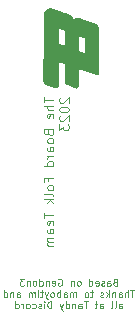
<source format=gbr>
%TF.GenerationSoftware,KiCad,Pcbnew,7.0.7*%
%TF.CreationDate,2023-09-17T10:26:07+01:00*%
%TF.ProjectId,TRSG3JPMod,54525347-334a-4504-9d6f-642e6b696361,rev?*%
%TF.SameCoordinates,Original*%
%TF.FileFunction,Legend,Bot*%
%TF.FilePolarity,Positive*%
%FSLAX46Y46*%
G04 Gerber Fmt 4.6, Leading zero omitted, Abs format (unit mm)*
G04 Created by KiCad (PCBNEW 7.0.7) date 2023-09-17 10:26:07*
%MOMM*%
%LPD*%
G01*
G04 APERTURE LIST*
%ADD10C,0.100000*%
G04 APERTURE END LIST*
D10*
X119278570Y-80525085D02*
X119192856Y-80553657D01*
X119192856Y-80553657D02*
X119164285Y-80582228D01*
X119164285Y-80582228D02*
X119135713Y-80639371D01*
X119135713Y-80639371D02*
X119135713Y-80725085D01*
X119135713Y-80725085D02*
X119164285Y-80782228D01*
X119164285Y-80782228D02*
X119192856Y-80810800D01*
X119192856Y-80810800D02*
X119249999Y-80839371D01*
X119249999Y-80839371D02*
X119478570Y-80839371D01*
X119478570Y-80839371D02*
X119478570Y-80239371D01*
X119478570Y-80239371D02*
X119278570Y-80239371D01*
X119278570Y-80239371D02*
X119221428Y-80267942D01*
X119221428Y-80267942D02*
X119192856Y-80296514D01*
X119192856Y-80296514D02*
X119164285Y-80353657D01*
X119164285Y-80353657D02*
X119164285Y-80410800D01*
X119164285Y-80410800D02*
X119192856Y-80467942D01*
X119192856Y-80467942D02*
X119221428Y-80496514D01*
X119221428Y-80496514D02*
X119278570Y-80525085D01*
X119278570Y-80525085D02*
X119478570Y-80525085D01*
X118621428Y-80839371D02*
X118621428Y-80525085D01*
X118621428Y-80525085D02*
X118649999Y-80467942D01*
X118649999Y-80467942D02*
X118707142Y-80439371D01*
X118707142Y-80439371D02*
X118821428Y-80439371D01*
X118821428Y-80439371D02*
X118878570Y-80467942D01*
X118621428Y-80810800D02*
X118678570Y-80839371D01*
X118678570Y-80839371D02*
X118821428Y-80839371D01*
X118821428Y-80839371D02*
X118878570Y-80810800D01*
X118878570Y-80810800D02*
X118907142Y-80753657D01*
X118907142Y-80753657D02*
X118907142Y-80696514D01*
X118907142Y-80696514D02*
X118878570Y-80639371D01*
X118878570Y-80639371D02*
X118821428Y-80610800D01*
X118821428Y-80610800D02*
X118678570Y-80610800D01*
X118678570Y-80610800D02*
X118621428Y-80582228D01*
X118364285Y-80810800D02*
X118307142Y-80839371D01*
X118307142Y-80839371D02*
X118192856Y-80839371D01*
X118192856Y-80839371D02*
X118135713Y-80810800D01*
X118135713Y-80810800D02*
X118107142Y-80753657D01*
X118107142Y-80753657D02*
X118107142Y-80725085D01*
X118107142Y-80725085D02*
X118135713Y-80667942D01*
X118135713Y-80667942D02*
X118192856Y-80639371D01*
X118192856Y-80639371D02*
X118278571Y-80639371D01*
X118278571Y-80639371D02*
X118335713Y-80610800D01*
X118335713Y-80610800D02*
X118364285Y-80553657D01*
X118364285Y-80553657D02*
X118364285Y-80525085D01*
X118364285Y-80525085D02*
X118335713Y-80467942D01*
X118335713Y-80467942D02*
X118278571Y-80439371D01*
X118278571Y-80439371D02*
X118192856Y-80439371D01*
X118192856Y-80439371D02*
X118135713Y-80467942D01*
X117621428Y-80810800D02*
X117678571Y-80839371D01*
X117678571Y-80839371D02*
X117792857Y-80839371D01*
X117792857Y-80839371D02*
X117849999Y-80810800D01*
X117849999Y-80810800D02*
X117878571Y-80753657D01*
X117878571Y-80753657D02*
X117878571Y-80525085D01*
X117878571Y-80525085D02*
X117849999Y-80467942D01*
X117849999Y-80467942D02*
X117792857Y-80439371D01*
X117792857Y-80439371D02*
X117678571Y-80439371D01*
X117678571Y-80439371D02*
X117621428Y-80467942D01*
X117621428Y-80467942D02*
X117592857Y-80525085D01*
X117592857Y-80525085D02*
X117592857Y-80582228D01*
X117592857Y-80582228D02*
X117878571Y-80639371D01*
X117078571Y-80839371D02*
X117078571Y-80239371D01*
X117078571Y-80810800D02*
X117135713Y-80839371D01*
X117135713Y-80839371D02*
X117249999Y-80839371D01*
X117249999Y-80839371D02*
X117307142Y-80810800D01*
X117307142Y-80810800D02*
X117335713Y-80782228D01*
X117335713Y-80782228D02*
X117364285Y-80725085D01*
X117364285Y-80725085D02*
X117364285Y-80553657D01*
X117364285Y-80553657D02*
X117335713Y-80496514D01*
X117335713Y-80496514D02*
X117307142Y-80467942D01*
X117307142Y-80467942D02*
X117249999Y-80439371D01*
X117249999Y-80439371D02*
X117135713Y-80439371D01*
X117135713Y-80439371D02*
X117078571Y-80467942D01*
X116249999Y-80839371D02*
X116307142Y-80810800D01*
X116307142Y-80810800D02*
X116335713Y-80782228D01*
X116335713Y-80782228D02*
X116364285Y-80725085D01*
X116364285Y-80725085D02*
X116364285Y-80553657D01*
X116364285Y-80553657D02*
X116335713Y-80496514D01*
X116335713Y-80496514D02*
X116307142Y-80467942D01*
X116307142Y-80467942D02*
X116249999Y-80439371D01*
X116249999Y-80439371D02*
X116164285Y-80439371D01*
X116164285Y-80439371D02*
X116107142Y-80467942D01*
X116107142Y-80467942D02*
X116078571Y-80496514D01*
X116078571Y-80496514D02*
X116049999Y-80553657D01*
X116049999Y-80553657D02*
X116049999Y-80725085D01*
X116049999Y-80725085D02*
X116078571Y-80782228D01*
X116078571Y-80782228D02*
X116107142Y-80810800D01*
X116107142Y-80810800D02*
X116164285Y-80839371D01*
X116164285Y-80839371D02*
X116249999Y-80839371D01*
X115792856Y-80439371D02*
X115792856Y-80839371D01*
X115792856Y-80496514D02*
X115764285Y-80467942D01*
X115764285Y-80467942D02*
X115707142Y-80439371D01*
X115707142Y-80439371D02*
X115621428Y-80439371D01*
X115621428Y-80439371D02*
X115564285Y-80467942D01*
X115564285Y-80467942D02*
X115535714Y-80525085D01*
X115535714Y-80525085D02*
X115535714Y-80839371D01*
X114478571Y-80267942D02*
X114535714Y-80239371D01*
X114535714Y-80239371D02*
X114621428Y-80239371D01*
X114621428Y-80239371D02*
X114707142Y-80267942D01*
X114707142Y-80267942D02*
X114764285Y-80325085D01*
X114764285Y-80325085D02*
X114792856Y-80382228D01*
X114792856Y-80382228D02*
X114821428Y-80496514D01*
X114821428Y-80496514D02*
X114821428Y-80582228D01*
X114821428Y-80582228D02*
X114792856Y-80696514D01*
X114792856Y-80696514D02*
X114764285Y-80753657D01*
X114764285Y-80753657D02*
X114707142Y-80810800D01*
X114707142Y-80810800D02*
X114621428Y-80839371D01*
X114621428Y-80839371D02*
X114564285Y-80839371D01*
X114564285Y-80839371D02*
X114478571Y-80810800D01*
X114478571Y-80810800D02*
X114449999Y-80782228D01*
X114449999Y-80782228D02*
X114449999Y-80582228D01*
X114449999Y-80582228D02*
X114564285Y-80582228D01*
X113964285Y-80810800D02*
X114021428Y-80839371D01*
X114021428Y-80839371D02*
X114135714Y-80839371D01*
X114135714Y-80839371D02*
X114192856Y-80810800D01*
X114192856Y-80810800D02*
X114221428Y-80753657D01*
X114221428Y-80753657D02*
X114221428Y-80525085D01*
X114221428Y-80525085D02*
X114192856Y-80467942D01*
X114192856Y-80467942D02*
X114135714Y-80439371D01*
X114135714Y-80439371D02*
X114021428Y-80439371D01*
X114021428Y-80439371D02*
X113964285Y-80467942D01*
X113964285Y-80467942D02*
X113935714Y-80525085D01*
X113935714Y-80525085D02*
X113935714Y-80582228D01*
X113935714Y-80582228D02*
X114221428Y-80639371D01*
X113678570Y-80439371D02*
X113678570Y-80839371D01*
X113678570Y-80496514D02*
X113649999Y-80467942D01*
X113649999Y-80467942D02*
X113592856Y-80439371D01*
X113592856Y-80439371D02*
X113507142Y-80439371D01*
X113507142Y-80439371D02*
X113449999Y-80467942D01*
X113449999Y-80467942D02*
X113421428Y-80525085D01*
X113421428Y-80525085D02*
X113421428Y-80839371D01*
X112878571Y-80839371D02*
X112878571Y-80239371D01*
X112878571Y-80810800D02*
X112935713Y-80839371D01*
X112935713Y-80839371D02*
X113049999Y-80839371D01*
X113049999Y-80839371D02*
X113107142Y-80810800D01*
X113107142Y-80810800D02*
X113135713Y-80782228D01*
X113135713Y-80782228D02*
X113164285Y-80725085D01*
X113164285Y-80725085D02*
X113164285Y-80553657D01*
X113164285Y-80553657D02*
X113135713Y-80496514D01*
X113135713Y-80496514D02*
X113107142Y-80467942D01*
X113107142Y-80467942D02*
X113049999Y-80439371D01*
X113049999Y-80439371D02*
X112935713Y-80439371D01*
X112935713Y-80439371D02*
X112878571Y-80467942D01*
X112507142Y-80839371D02*
X112564285Y-80810800D01*
X112564285Y-80810800D02*
X112592856Y-80782228D01*
X112592856Y-80782228D02*
X112621428Y-80725085D01*
X112621428Y-80725085D02*
X112621428Y-80553657D01*
X112621428Y-80553657D02*
X112592856Y-80496514D01*
X112592856Y-80496514D02*
X112564285Y-80467942D01*
X112564285Y-80467942D02*
X112507142Y-80439371D01*
X112507142Y-80439371D02*
X112421428Y-80439371D01*
X112421428Y-80439371D02*
X112364285Y-80467942D01*
X112364285Y-80467942D02*
X112335714Y-80496514D01*
X112335714Y-80496514D02*
X112307142Y-80553657D01*
X112307142Y-80553657D02*
X112307142Y-80725085D01*
X112307142Y-80725085D02*
X112335714Y-80782228D01*
X112335714Y-80782228D02*
X112364285Y-80810800D01*
X112364285Y-80810800D02*
X112421428Y-80839371D01*
X112421428Y-80839371D02*
X112507142Y-80839371D01*
X112049999Y-80439371D02*
X112049999Y-80839371D01*
X112049999Y-80496514D02*
X112021428Y-80467942D01*
X112021428Y-80467942D02*
X111964285Y-80439371D01*
X111964285Y-80439371D02*
X111878571Y-80439371D01*
X111878571Y-80439371D02*
X111821428Y-80467942D01*
X111821428Y-80467942D02*
X111792857Y-80525085D01*
X111792857Y-80525085D02*
X111792857Y-80839371D01*
X111564285Y-80239371D02*
X111192857Y-80239371D01*
X111192857Y-80239371D02*
X111392857Y-80467942D01*
X111392857Y-80467942D02*
X111307142Y-80467942D01*
X111307142Y-80467942D02*
X111250000Y-80496514D01*
X111250000Y-80496514D02*
X111221428Y-80525085D01*
X111221428Y-80525085D02*
X111192857Y-80582228D01*
X111192857Y-80582228D02*
X111192857Y-80725085D01*
X111192857Y-80725085D02*
X111221428Y-80782228D01*
X111221428Y-80782228D02*
X111250000Y-80810800D01*
X111250000Y-80810800D02*
X111307142Y-80839371D01*
X111307142Y-80839371D02*
X111478571Y-80839371D01*
X111478571Y-80839371D02*
X111535714Y-80810800D01*
X111535714Y-80810800D02*
X111564285Y-80782228D01*
X120921427Y-81205371D02*
X120578570Y-81205371D01*
X120749998Y-81805371D02*
X120749998Y-81205371D01*
X120378569Y-81805371D02*
X120378569Y-81205371D01*
X120121427Y-81805371D02*
X120121427Y-81491085D01*
X120121427Y-81491085D02*
X120149998Y-81433942D01*
X120149998Y-81433942D02*
X120207141Y-81405371D01*
X120207141Y-81405371D02*
X120292855Y-81405371D01*
X120292855Y-81405371D02*
X120349998Y-81433942D01*
X120349998Y-81433942D02*
X120378569Y-81462514D01*
X119578570Y-81805371D02*
X119578570Y-81491085D01*
X119578570Y-81491085D02*
X119607141Y-81433942D01*
X119607141Y-81433942D02*
X119664284Y-81405371D01*
X119664284Y-81405371D02*
X119778570Y-81405371D01*
X119778570Y-81405371D02*
X119835712Y-81433942D01*
X119578570Y-81776800D02*
X119635712Y-81805371D01*
X119635712Y-81805371D02*
X119778570Y-81805371D01*
X119778570Y-81805371D02*
X119835712Y-81776800D01*
X119835712Y-81776800D02*
X119864284Y-81719657D01*
X119864284Y-81719657D02*
X119864284Y-81662514D01*
X119864284Y-81662514D02*
X119835712Y-81605371D01*
X119835712Y-81605371D02*
X119778570Y-81576800D01*
X119778570Y-81576800D02*
X119635712Y-81576800D01*
X119635712Y-81576800D02*
X119578570Y-81548228D01*
X119292855Y-81405371D02*
X119292855Y-81805371D01*
X119292855Y-81462514D02*
X119264284Y-81433942D01*
X119264284Y-81433942D02*
X119207141Y-81405371D01*
X119207141Y-81405371D02*
X119121427Y-81405371D01*
X119121427Y-81405371D02*
X119064284Y-81433942D01*
X119064284Y-81433942D02*
X119035713Y-81491085D01*
X119035713Y-81491085D02*
X119035713Y-81805371D01*
X118749998Y-81805371D02*
X118749998Y-81205371D01*
X118692856Y-81576800D02*
X118521427Y-81805371D01*
X118521427Y-81405371D02*
X118749998Y-81633942D01*
X118292856Y-81776800D02*
X118235713Y-81805371D01*
X118235713Y-81805371D02*
X118121427Y-81805371D01*
X118121427Y-81805371D02*
X118064284Y-81776800D01*
X118064284Y-81776800D02*
X118035713Y-81719657D01*
X118035713Y-81719657D02*
X118035713Y-81691085D01*
X118035713Y-81691085D02*
X118064284Y-81633942D01*
X118064284Y-81633942D02*
X118121427Y-81605371D01*
X118121427Y-81605371D02*
X118207142Y-81605371D01*
X118207142Y-81605371D02*
X118264284Y-81576800D01*
X118264284Y-81576800D02*
X118292856Y-81519657D01*
X118292856Y-81519657D02*
X118292856Y-81491085D01*
X118292856Y-81491085D02*
X118264284Y-81433942D01*
X118264284Y-81433942D02*
X118207142Y-81405371D01*
X118207142Y-81405371D02*
X118121427Y-81405371D01*
X118121427Y-81405371D02*
X118064284Y-81433942D01*
X117407142Y-81405371D02*
X117178570Y-81405371D01*
X117321427Y-81205371D02*
X117321427Y-81719657D01*
X117321427Y-81719657D02*
X117292856Y-81776800D01*
X117292856Y-81776800D02*
X117235713Y-81805371D01*
X117235713Y-81805371D02*
X117178570Y-81805371D01*
X116892856Y-81805371D02*
X116949999Y-81776800D01*
X116949999Y-81776800D02*
X116978570Y-81748228D01*
X116978570Y-81748228D02*
X117007142Y-81691085D01*
X117007142Y-81691085D02*
X117007142Y-81519657D01*
X117007142Y-81519657D02*
X116978570Y-81462514D01*
X116978570Y-81462514D02*
X116949999Y-81433942D01*
X116949999Y-81433942D02*
X116892856Y-81405371D01*
X116892856Y-81405371D02*
X116807142Y-81405371D01*
X116807142Y-81405371D02*
X116749999Y-81433942D01*
X116749999Y-81433942D02*
X116721428Y-81462514D01*
X116721428Y-81462514D02*
X116692856Y-81519657D01*
X116692856Y-81519657D02*
X116692856Y-81691085D01*
X116692856Y-81691085D02*
X116721428Y-81748228D01*
X116721428Y-81748228D02*
X116749999Y-81776800D01*
X116749999Y-81776800D02*
X116807142Y-81805371D01*
X116807142Y-81805371D02*
X116892856Y-81805371D01*
X115978570Y-81805371D02*
X115978570Y-81405371D01*
X115978570Y-81462514D02*
X115949999Y-81433942D01*
X115949999Y-81433942D02*
X115892856Y-81405371D01*
X115892856Y-81405371D02*
X115807142Y-81405371D01*
X115807142Y-81405371D02*
X115749999Y-81433942D01*
X115749999Y-81433942D02*
X115721428Y-81491085D01*
X115721428Y-81491085D02*
X115721428Y-81805371D01*
X115721428Y-81491085D02*
X115692856Y-81433942D01*
X115692856Y-81433942D02*
X115635713Y-81405371D01*
X115635713Y-81405371D02*
X115549999Y-81405371D01*
X115549999Y-81405371D02*
X115492856Y-81433942D01*
X115492856Y-81433942D02*
X115464285Y-81491085D01*
X115464285Y-81491085D02*
X115464285Y-81805371D01*
X114921428Y-81805371D02*
X114921428Y-81491085D01*
X114921428Y-81491085D02*
X114949999Y-81433942D01*
X114949999Y-81433942D02*
X115007142Y-81405371D01*
X115007142Y-81405371D02*
X115121428Y-81405371D01*
X115121428Y-81405371D02*
X115178570Y-81433942D01*
X114921428Y-81776800D02*
X114978570Y-81805371D01*
X114978570Y-81805371D02*
X115121428Y-81805371D01*
X115121428Y-81805371D02*
X115178570Y-81776800D01*
X115178570Y-81776800D02*
X115207142Y-81719657D01*
X115207142Y-81719657D02*
X115207142Y-81662514D01*
X115207142Y-81662514D02*
X115178570Y-81605371D01*
X115178570Y-81605371D02*
X115121428Y-81576800D01*
X115121428Y-81576800D02*
X114978570Y-81576800D01*
X114978570Y-81576800D02*
X114921428Y-81548228D01*
X114635713Y-81805371D02*
X114635713Y-81205371D01*
X114635713Y-81433942D02*
X114578571Y-81405371D01*
X114578571Y-81405371D02*
X114464285Y-81405371D01*
X114464285Y-81405371D02*
X114407142Y-81433942D01*
X114407142Y-81433942D02*
X114378571Y-81462514D01*
X114378571Y-81462514D02*
X114349999Y-81519657D01*
X114349999Y-81519657D02*
X114349999Y-81691085D01*
X114349999Y-81691085D02*
X114378571Y-81748228D01*
X114378571Y-81748228D02*
X114407142Y-81776800D01*
X114407142Y-81776800D02*
X114464285Y-81805371D01*
X114464285Y-81805371D02*
X114578571Y-81805371D01*
X114578571Y-81805371D02*
X114635713Y-81776800D01*
X114007142Y-81805371D02*
X114064285Y-81776800D01*
X114064285Y-81776800D02*
X114092856Y-81748228D01*
X114092856Y-81748228D02*
X114121428Y-81691085D01*
X114121428Y-81691085D02*
X114121428Y-81519657D01*
X114121428Y-81519657D02*
X114092856Y-81462514D01*
X114092856Y-81462514D02*
X114064285Y-81433942D01*
X114064285Y-81433942D02*
X114007142Y-81405371D01*
X114007142Y-81405371D02*
X113921428Y-81405371D01*
X113921428Y-81405371D02*
X113864285Y-81433942D01*
X113864285Y-81433942D02*
X113835714Y-81462514D01*
X113835714Y-81462514D02*
X113807142Y-81519657D01*
X113807142Y-81519657D02*
X113807142Y-81691085D01*
X113807142Y-81691085D02*
X113835714Y-81748228D01*
X113835714Y-81748228D02*
X113864285Y-81776800D01*
X113864285Y-81776800D02*
X113921428Y-81805371D01*
X113921428Y-81805371D02*
X114007142Y-81805371D01*
X113607142Y-81405371D02*
X113464285Y-81805371D01*
X113321428Y-81405371D02*
X113464285Y-81805371D01*
X113464285Y-81805371D02*
X113521428Y-81948228D01*
X113521428Y-81948228D02*
X113549999Y-81976800D01*
X113549999Y-81976800D02*
X113607142Y-82005371D01*
X113178571Y-81405371D02*
X112949999Y-81405371D01*
X113092856Y-81205371D02*
X113092856Y-81719657D01*
X113092856Y-81719657D02*
X113064285Y-81776800D01*
X113064285Y-81776800D02*
X113007142Y-81805371D01*
X113007142Y-81805371D02*
X112949999Y-81805371D01*
X112749999Y-81805371D02*
X112749999Y-81405371D01*
X112749999Y-81205371D02*
X112778571Y-81233942D01*
X112778571Y-81233942D02*
X112749999Y-81262514D01*
X112749999Y-81262514D02*
X112721428Y-81233942D01*
X112721428Y-81233942D02*
X112749999Y-81205371D01*
X112749999Y-81205371D02*
X112749999Y-81262514D01*
X112464285Y-81805371D02*
X112464285Y-81405371D01*
X112464285Y-81462514D02*
X112435714Y-81433942D01*
X112435714Y-81433942D02*
X112378571Y-81405371D01*
X112378571Y-81405371D02*
X112292857Y-81405371D01*
X112292857Y-81405371D02*
X112235714Y-81433942D01*
X112235714Y-81433942D02*
X112207143Y-81491085D01*
X112207143Y-81491085D02*
X112207143Y-81805371D01*
X112207143Y-81491085D02*
X112178571Y-81433942D01*
X112178571Y-81433942D02*
X112121428Y-81405371D01*
X112121428Y-81405371D02*
X112035714Y-81405371D01*
X112035714Y-81405371D02*
X111978571Y-81433942D01*
X111978571Y-81433942D02*
X111950000Y-81491085D01*
X111950000Y-81491085D02*
X111950000Y-81805371D01*
X110950000Y-81805371D02*
X110950000Y-81491085D01*
X110950000Y-81491085D02*
X110978571Y-81433942D01*
X110978571Y-81433942D02*
X111035714Y-81405371D01*
X111035714Y-81405371D02*
X111150000Y-81405371D01*
X111150000Y-81405371D02*
X111207142Y-81433942D01*
X110950000Y-81776800D02*
X111007142Y-81805371D01*
X111007142Y-81805371D02*
X111150000Y-81805371D01*
X111150000Y-81805371D02*
X111207142Y-81776800D01*
X111207142Y-81776800D02*
X111235714Y-81719657D01*
X111235714Y-81719657D02*
X111235714Y-81662514D01*
X111235714Y-81662514D02*
X111207142Y-81605371D01*
X111207142Y-81605371D02*
X111150000Y-81576800D01*
X111150000Y-81576800D02*
X111007142Y-81576800D01*
X111007142Y-81576800D02*
X110950000Y-81548228D01*
X110664285Y-81405371D02*
X110664285Y-81805371D01*
X110664285Y-81462514D02*
X110635714Y-81433942D01*
X110635714Y-81433942D02*
X110578571Y-81405371D01*
X110578571Y-81405371D02*
X110492857Y-81405371D01*
X110492857Y-81405371D02*
X110435714Y-81433942D01*
X110435714Y-81433942D02*
X110407143Y-81491085D01*
X110407143Y-81491085D02*
X110407143Y-81805371D01*
X109864286Y-81805371D02*
X109864286Y-81205371D01*
X109864286Y-81776800D02*
X109921428Y-81805371D01*
X109921428Y-81805371D02*
X110035714Y-81805371D01*
X110035714Y-81805371D02*
X110092857Y-81776800D01*
X110092857Y-81776800D02*
X110121428Y-81748228D01*
X110121428Y-81748228D02*
X110150000Y-81691085D01*
X110150000Y-81691085D02*
X110150000Y-81519657D01*
X110150000Y-81519657D02*
X110121428Y-81462514D01*
X110121428Y-81462514D02*
X110092857Y-81433942D01*
X110092857Y-81433942D02*
X110035714Y-81405371D01*
X110035714Y-81405371D02*
X109921428Y-81405371D01*
X109921428Y-81405371D02*
X109864286Y-81433942D01*
X119607143Y-82771371D02*
X119607143Y-82457085D01*
X119607143Y-82457085D02*
X119635714Y-82399942D01*
X119635714Y-82399942D02*
X119692857Y-82371371D01*
X119692857Y-82371371D02*
X119807143Y-82371371D01*
X119807143Y-82371371D02*
X119864285Y-82399942D01*
X119607143Y-82742800D02*
X119664285Y-82771371D01*
X119664285Y-82771371D02*
X119807143Y-82771371D01*
X119807143Y-82771371D02*
X119864285Y-82742800D01*
X119864285Y-82742800D02*
X119892857Y-82685657D01*
X119892857Y-82685657D02*
X119892857Y-82628514D01*
X119892857Y-82628514D02*
X119864285Y-82571371D01*
X119864285Y-82571371D02*
X119807143Y-82542800D01*
X119807143Y-82542800D02*
X119664285Y-82542800D01*
X119664285Y-82542800D02*
X119607143Y-82514228D01*
X119235714Y-82771371D02*
X119292857Y-82742800D01*
X119292857Y-82742800D02*
X119321428Y-82685657D01*
X119321428Y-82685657D02*
X119321428Y-82171371D01*
X118921428Y-82771371D02*
X118978571Y-82742800D01*
X118978571Y-82742800D02*
X119007142Y-82685657D01*
X119007142Y-82685657D02*
X119007142Y-82171371D01*
X117978571Y-82771371D02*
X117978571Y-82457085D01*
X117978571Y-82457085D02*
X118007142Y-82399942D01*
X118007142Y-82399942D02*
X118064285Y-82371371D01*
X118064285Y-82371371D02*
X118178571Y-82371371D01*
X118178571Y-82371371D02*
X118235713Y-82399942D01*
X117978571Y-82742800D02*
X118035713Y-82771371D01*
X118035713Y-82771371D02*
X118178571Y-82771371D01*
X118178571Y-82771371D02*
X118235713Y-82742800D01*
X118235713Y-82742800D02*
X118264285Y-82685657D01*
X118264285Y-82685657D02*
X118264285Y-82628514D01*
X118264285Y-82628514D02*
X118235713Y-82571371D01*
X118235713Y-82571371D02*
X118178571Y-82542800D01*
X118178571Y-82542800D02*
X118035713Y-82542800D01*
X118035713Y-82542800D02*
X117978571Y-82514228D01*
X117778571Y-82371371D02*
X117549999Y-82371371D01*
X117692856Y-82171371D02*
X117692856Y-82685657D01*
X117692856Y-82685657D02*
X117664285Y-82742800D01*
X117664285Y-82742800D02*
X117607142Y-82771371D01*
X117607142Y-82771371D02*
X117549999Y-82771371D01*
X116978571Y-82171371D02*
X116635714Y-82171371D01*
X116807142Y-82771371D02*
X116807142Y-82171371D01*
X116178571Y-82771371D02*
X116178571Y-82457085D01*
X116178571Y-82457085D02*
X116207142Y-82399942D01*
X116207142Y-82399942D02*
X116264285Y-82371371D01*
X116264285Y-82371371D02*
X116378571Y-82371371D01*
X116378571Y-82371371D02*
X116435713Y-82399942D01*
X116178571Y-82742800D02*
X116235713Y-82771371D01*
X116235713Y-82771371D02*
X116378571Y-82771371D01*
X116378571Y-82771371D02*
X116435713Y-82742800D01*
X116435713Y-82742800D02*
X116464285Y-82685657D01*
X116464285Y-82685657D02*
X116464285Y-82628514D01*
X116464285Y-82628514D02*
X116435713Y-82571371D01*
X116435713Y-82571371D02*
X116378571Y-82542800D01*
X116378571Y-82542800D02*
X116235713Y-82542800D01*
X116235713Y-82542800D02*
X116178571Y-82514228D01*
X115892856Y-82371371D02*
X115892856Y-82771371D01*
X115892856Y-82428514D02*
X115864285Y-82399942D01*
X115864285Y-82399942D02*
X115807142Y-82371371D01*
X115807142Y-82371371D02*
X115721428Y-82371371D01*
X115721428Y-82371371D02*
X115664285Y-82399942D01*
X115664285Y-82399942D02*
X115635714Y-82457085D01*
X115635714Y-82457085D02*
X115635714Y-82771371D01*
X115092857Y-82771371D02*
X115092857Y-82171371D01*
X115092857Y-82742800D02*
X115149999Y-82771371D01*
X115149999Y-82771371D02*
X115264285Y-82771371D01*
X115264285Y-82771371D02*
X115321428Y-82742800D01*
X115321428Y-82742800D02*
X115349999Y-82714228D01*
X115349999Y-82714228D02*
X115378571Y-82657085D01*
X115378571Y-82657085D02*
X115378571Y-82485657D01*
X115378571Y-82485657D02*
X115349999Y-82428514D01*
X115349999Y-82428514D02*
X115321428Y-82399942D01*
X115321428Y-82399942D02*
X115264285Y-82371371D01*
X115264285Y-82371371D02*
X115149999Y-82371371D01*
X115149999Y-82371371D02*
X115092857Y-82399942D01*
X114864285Y-82371371D02*
X114721428Y-82771371D01*
X114578571Y-82371371D02*
X114721428Y-82771371D01*
X114721428Y-82771371D02*
X114778571Y-82914228D01*
X114778571Y-82914228D02*
X114807142Y-82942800D01*
X114807142Y-82942800D02*
X114864285Y-82971371D01*
X113892856Y-82771371D02*
X113892856Y-82171371D01*
X113892856Y-82171371D02*
X113749999Y-82171371D01*
X113749999Y-82171371D02*
X113664285Y-82199942D01*
X113664285Y-82199942D02*
X113607142Y-82257085D01*
X113607142Y-82257085D02*
X113578571Y-82314228D01*
X113578571Y-82314228D02*
X113549999Y-82428514D01*
X113549999Y-82428514D02*
X113549999Y-82514228D01*
X113549999Y-82514228D02*
X113578571Y-82628514D01*
X113578571Y-82628514D02*
X113607142Y-82685657D01*
X113607142Y-82685657D02*
X113664285Y-82742800D01*
X113664285Y-82742800D02*
X113749999Y-82771371D01*
X113749999Y-82771371D02*
X113892856Y-82771371D01*
X113292856Y-82771371D02*
X113292856Y-82371371D01*
X113292856Y-82171371D02*
X113321428Y-82199942D01*
X113321428Y-82199942D02*
X113292856Y-82228514D01*
X113292856Y-82228514D02*
X113264285Y-82199942D01*
X113264285Y-82199942D02*
X113292856Y-82171371D01*
X113292856Y-82171371D02*
X113292856Y-82228514D01*
X113035714Y-82742800D02*
X112978571Y-82771371D01*
X112978571Y-82771371D02*
X112864285Y-82771371D01*
X112864285Y-82771371D02*
X112807142Y-82742800D01*
X112807142Y-82742800D02*
X112778571Y-82685657D01*
X112778571Y-82685657D02*
X112778571Y-82657085D01*
X112778571Y-82657085D02*
X112807142Y-82599942D01*
X112807142Y-82599942D02*
X112864285Y-82571371D01*
X112864285Y-82571371D02*
X112950000Y-82571371D01*
X112950000Y-82571371D02*
X113007142Y-82542800D01*
X113007142Y-82542800D02*
X113035714Y-82485657D01*
X113035714Y-82485657D02*
X113035714Y-82457085D01*
X113035714Y-82457085D02*
X113007142Y-82399942D01*
X113007142Y-82399942D02*
X112950000Y-82371371D01*
X112950000Y-82371371D02*
X112864285Y-82371371D01*
X112864285Y-82371371D02*
X112807142Y-82399942D01*
X112264286Y-82742800D02*
X112321428Y-82771371D01*
X112321428Y-82771371D02*
X112435714Y-82771371D01*
X112435714Y-82771371D02*
X112492857Y-82742800D01*
X112492857Y-82742800D02*
X112521428Y-82714228D01*
X112521428Y-82714228D02*
X112550000Y-82657085D01*
X112550000Y-82657085D02*
X112550000Y-82485657D01*
X112550000Y-82485657D02*
X112521428Y-82428514D01*
X112521428Y-82428514D02*
X112492857Y-82399942D01*
X112492857Y-82399942D02*
X112435714Y-82371371D01*
X112435714Y-82371371D02*
X112321428Y-82371371D01*
X112321428Y-82371371D02*
X112264286Y-82399942D01*
X111921428Y-82771371D02*
X111978571Y-82742800D01*
X111978571Y-82742800D02*
X112007142Y-82714228D01*
X112007142Y-82714228D02*
X112035714Y-82657085D01*
X112035714Y-82657085D02*
X112035714Y-82485657D01*
X112035714Y-82485657D02*
X112007142Y-82428514D01*
X112007142Y-82428514D02*
X111978571Y-82399942D01*
X111978571Y-82399942D02*
X111921428Y-82371371D01*
X111921428Y-82371371D02*
X111835714Y-82371371D01*
X111835714Y-82371371D02*
X111778571Y-82399942D01*
X111778571Y-82399942D02*
X111750000Y-82428514D01*
X111750000Y-82428514D02*
X111721428Y-82485657D01*
X111721428Y-82485657D02*
X111721428Y-82657085D01*
X111721428Y-82657085D02*
X111750000Y-82714228D01*
X111750000Y-82714228D02*
X111778571Y-82742800D01*
X111778571Y-82742800D02*
X111835714Y-82771371D01*
X111835714Y-82771371D02*
X111921428Y-82771371D01*
X111464285Y-82771371D02*
X111464285Y-82371371D01*
X111464285Y-82485657D02*
X111435714Y-82428514D01*
X111435714Y-82428514D02*
X111407143Y-82399942D01*
X111407143Y-82399942D02*
X111350000Y-82371371D01*
X111350000Y-82371371D02*
X111292857Y-82371371D01*
X110835714Y-82771371D02*
X110835714Y-82171371D01*
X110835714Y-82742800D02*
X110892856Y-82771371D01*
X110892856Y-82771371D02*
X111007142Y-82771371D01*
X111007142Y-82771371D02*
X111064285Y-82742800D01*
X111064285Y-82742800D02*
X111092856Y-82714228D01*
X111092856Y-82714228D02*
X111121428Y-82657085D01*
X111121428Y-82657085D02*
X111121428Y-82485657D01*
X111121428Y-82485657D02*
X111092856Y-82428514D01*
X111092856Y-82428514D02*
X111064285Y-82399942D01*
X111064285Y-82399942D02*
X111007142Y-82371371D01*
X111007142Y-82371371D02*
X110892856Y-82371371D01*
X110892856Y-82371371D02*
X110835714Y-82399942D01*
X113258895Y-64866979D02*
X113258895Y-65324122D01*
X114058895Y-65095550D02*
X113258895Y-65095550D01*
X114058895Y-65590789D02*
X113258895Y-65590789D01*
X114058895Y-65933646D02*
X113639847Y-65933646D01*
X113639847Y-65933646D02*
X113563657Y-65895551D01*
X113563657Y-65895551D02*
X113525561Y-65819360D01*
X113525561Y-65819360D02*
X113525561Y-65705074D01*
X113525561Y-65705074D02*
X113563657Y-65628884D01*
X113563657Y-65628884D02*
X113601752Y-65590789D01*
X114020800Y-66619361D02*
X114058895Y-66543170D01*
X114058895Y-66543170D02*
X114058895Y-66390789D01*
X114058895Y-66390789D02*
X114020800Y-66314599D01*
X114020800Y-66314599D02*
X113944609Y-66276503D01*
X113944609Y-66276503D02*
X113639847Y-66276503D01*
X113639847Y-66276503D02*
X113563657Y-66314599D01*
X113563657Y-66314599D02*
X113525561Y-66390789D01*
X113525561Y-66390789D02*
X113525561Y-66543170D01*
X113525561Y-66543170D02*
X113563657Y-66619361D01*
X113563657Y-66619361D02*
X113639847Y-66657456D01*
X113639847Y-66657456D02*
X113716038Y-66657456D01*
X113716038Y-66657456D02*
X113792228Y-66276503D01*
X113639847Y-67876503D02*
X113677942Y-67990789D01*
X113677942Y-67990789D02*
X113716038Y-68028884D01*
X113716038Y-68028884D02*
X113792228Y-68066980D01*
X113792228Y-68066980D02*
X113906514Y-68066980D01*
X113906514Y-68066980D02*
X113982704Y-68028884D01*
X113982704Y-68028884D02*
X114020800Y-67990789D01*
X114020800Y-67990789D02*
X114058895Y-67914599D01*
X114058895Y-67914599D02*
X114058895Y-67609837D01*
X114058895Y-67609837D02*
X113258895Y-67609837D01*
X113258895Y-67609837D02*
X113258895Y-67876503D01*
X113258895Y-67876503D02*
X113296990Y-67952694D01*
X113296990Y-67952694D02*
X113335085Y-67990789D01*
X113335085Y-67990789D02*
X113411276Y-68028884D01*
X113411276Y-68028884D02*
X113487466Y-68028884D01*
X113487466Y-68028884D02*
X113563657Y-67990789D01*
X113563657Y-67990789D02*
X113601752Y-67952694D01*
X113601752Y-67952694D02*
X113639847Y-67876503D01*
X113639847Y-67876503D02*
X113639847Y-67609837D01*
X114058895Y-68524122D02*
X114020800Y-68447932D01*
X114020800Y-68447932D02*
X113982704Y-68409837D01*
X113982704Y-68409837D02*
X113906514Y-68371741D01*
X113906514Y-68371741D02*
X113677942Y-68371741D01*
X113677942Y-68371741D02*
X113601752Y-68409837D01*
X113601752Y-68409837D02*
X113563657Y-68447932D01*
X113563657Y-68447932D02*
X113525561Y-68524122D01*
X113525561Y-68524122D02*
X113525561Y-68638408D01*
X113525561Y-68638408D02*
X113563657Y-68714599D01*
X113563657Y-68714599D02*
X113601752Y-68752694D01*
X113601752Y-68752694D02*
X113677942Y-68790789D01*
X113677942Y-68790789D02*
X113906514Y-68790789D01*
X113906514Y-68790789D02*
X113982704Y-68752694D01*
X113982704Y-68752694D02*
X114020800Y-68714599D01*
X114020800Y-68714599D02*
X114058895Y-68638408D01*
X114058895Y-68638408D02*
X114058895Y-68524122D01*
X114058895Y-69476504D02*
X113639847Y-69476504D01*
X113639847Y-69476504D02*
X113563657Y-69438409D01*
X113563657Y-69438409D02*
X113525561Y-69362218D01*
X113525561Y-69362218D02*
X113525561Y-69209837D01*
X113525561Y-69209837D02*
X113563657Y-69133647D01*
X114020800Y-69476504D02*
X114058895Y-69400313D01*
X114058895Y-69400313D02*
X114058895Y-69209837D01*
X114058895Y-69209837D02*
X114020800Y-69133647D01*
X114020800Y-69133647D02*
X113944609Y-69095551D01*
X113944609Y-69095551D02*
X113868419Y-69095551D01*
X113868419Y-69095551D02*
X113792228Y-69133647D01*
X113792228Y-69133647D02*
X113754133Y-69209837D01*
X113754133Y-69209837D02*
X113754133Y-69400313D01*
X113754133Y-69400313D02*
X113716038Y-69476504D01*
X114058895Y-69857457D02*
X113525561Y-69857457D01*
X113677942Y-69857457D02*
X113601752Y-69895552D01*
X113601752Y-69895552D02*
X113563657Y-69933647D01*
X113563657Y-69933647D02*
X113525561Y-70009838D01*
X113525561Y-70009838D02*
X113525561Y-70086028D01*
X114058895Y-70695552D02*
X113258895Y-70695552D01*
X114020800Y-70695552D02*
X114058895Y-70619361D01*
X114058895Y-70619361D02*
X114058895Y-70466980D01*
X114058895Y-70466980D02*
X114020800Y-70390790D01*
X114020800Y-70390790D02*
X113982704Y-70352695D01*
X113982704Y-70352695D02*
X113906514Y-70314599D01*
X113906514Y-70314599D02*
X113677942Y-70314599D01*
X113677942Y-70314599D02*
X113601752Y-70352695D01*
X113601752Y-70352695D02*
X113563657Y-70390790D01*
X113563657Y-70390790D02*
X113525561Y-70466980D01*
X113525561Y-70466980D02*
X113525561Y-70619361D01*
X113525561Y-70619361D02*
X113563657Y-70695552D01*
X113639847Y-71952695D02*
X113639847Y-71686029D01*
X114058895Y-71686029D02*
X113258895Y-71686029D01*
X113258895Y-71686029D02*
X113258895Y-72066981D01*
X114058895Y-72486028D02*
X114020800Y-72409838D01*
X114020800Y-72409838D02*
X113982704Y-72371743D01*
X113982704Y-72371743D02*
X113906514Y-72333647D01*
X113906514Y-72333647D02*
X113677942Y-72333647D01*
X113677942Y-72333647D02*
X113601752Y-72371743D01*
X113601752Y-72371743D02*
X113563657Y-72409838D01*
X113563657Y-72409838D02*
X113525561Y-72486028D01*
X113525561Y-72486028D02*
X113525561Y-72600314D01*
X113525561Y-72600314D02*
X113563657Y-72676505D01*
X113563657Y-72676505D02*
X113601752Y-72714600D01*
X113601752Y-72714600D02*
X113677942Y-72752695D01*
X113677942Y-72752695D02*
X113906514Y-72752695D01*
X113906514Y-72752695D02*
X113982704Y-72714600D01*
X113982704Y-72714600D02*
X114020800Y-72676505D01*
X114020800Y-72676505D02*
X114058895Y-72600314D01*
X114058895Y-72600314D02*
X114058895Y-72486028D01*
X114058895Y-73209838D02*
X114020800Y-73133648D01*
X114020800Y-73133648D02*
X113944609Y-73095553D01*
X113944609Y-73095553D02*
X113258895Y-73095553D01*
X114058895Y-73514601D02*
X113258895Y-73514601D01*
X113754133Y-73590791D02*
X114058895Y-73819363D01*
X113525561Y-73819363D02*
X113830323Y-73514601D01*
X113258895Y-74657458D02*
X113258895Y-75114601D01*
X114058895Y-74886029D02*
X113258895Y-74886029D01*
X114020800Y-75686030D02*
X114058895Y-75609839D01*
X114058895Y-75609839D02*
X114058895Y-75457458D01*
X114058895Y-75457458D02*
X114020800Y-75381268D01*
X114020800Y-75381268D02*
X113944609Y-75343172D01*
X113944609Y-75343172D02*
X113639847Y-75343172D01*
X113639847Y-75343172D02*
X113563657Y-75381268D01*
X113563657Y-75381268D02*
X113525561Y-75457458D01*
X113525561Y-75457458D02*
X113525561Y-75609839D01*
X113525561Y-75609839D02*
X113563657Y-75686030D01*
X113563657Y-75686030D02*
X113639847Y-75724125D01*
X113639847Y-75724125D02*
X113716038Y-75724125D01*
X113716038Y-75724125D02*
X113792228Y-75343172D01*
X114058895Y-76409839D02*
X113639847Y-76409839D01*
X113639847Y-76409839D02*
X113563657Y-76371744D01*
X113563657Y-76371744D02*
X113525561Y-76295553D01*
X113525561Y-76295553D02*
X113525561Y-76143172D01*
X113525561Y-76143172D02*
X113563657Y-76066982D01*
X114020800Y-76409839D02*
X114058895Y-76333648D01*
X114058895Y-76333648D02*
X114058895Y-76143172D01*
X114058895Y-76143172D02*
X114020800Y-76066982D01*
X114020800Y-76066982D02*
X113944609Y-76028886D01*
X113944609Y-76028886D02*
X113868419Y-76028886D01*
X113868419Y-76028886D02*
X113792228Y-76066982D01*
X113792228Y-76066982D02*
X113754133Y-76143172D01*
X113754133Y-76143172D02*
X113754133Y-76333648D01*
X113754133Y-76333648D02*
X113716038Y-76409839D01*
X114058895Y-76790792D02*
X113525561Y-76790792D01*
X113601752Y-76790792D02*
X113563657Y-76828887D01*
X113563657Y-76828887D02*
X113525561Y-76905077D01*
X113525561Y-76905077D02*
X113525561Y-77019363D01*
X113525561Y-77019363D02*
X113563657Y-77095554D01*
X113563657Y-77095554D02*
X113639847Y-77133649D01*
X113639847Y-77133649D02*
X114058895Y-77133649D01*
X113639847Y-77133649D02*
X113563657Y-77171744D01*
X113563657Y-77171744D02*
X113525561Y-77247935D01*
X113525561Y-77247935D02*
X113525561Y-77362220D01*
X113525561Y-77362220D02*
X113563657Y-77438411D01*
X113563657Y-77438411D02*
X113639847Y-77476506D01*
X113639847Y-77476506D02*
X114058895Y-77476506D01*
X114623085Y-64943169D02*
X114584990Y-64981265D01*
X114584990Y-64981265D02*
X114546895Y-65057455D01*
X114546895Y-65057455D02*
X114546895Y-65247931D01*
X114546895Y-65247931D02*
X114584990Y-65324122D01*
X114584990Y-65324122D02*
X114623085Y-65362217D01*
X114623085Y-65362217D02*
X114699276Y-65400312D01*
X114699276Y-65400312D02*
X114775466Y-65400312D01*
X114775466Y-65400312D02*
X114889752Y-65362217D01*
X114889752Y-65362217D02*
X115346895Y-64905074D01*
X115346895Y-64905074D02*
X115346895Y-65400312D01*
X114546895Y-65895551D02*
X114546895Y-65971741D01*
X114546895Y-65971741D02*
X114584990Y-66047932D01*
X114584990Y-66047932D02*
X114623085Y-66086027D01*
X114623085Y-66086027D02*
X114699276Y-66124122D01*
X114699276Y-66124122D02*
X114851657Y-66162217D01*
X114851657Y-66162217D02*
X115042133Y-66162217D01*
X115042133Y-66162217D02*
X115194514Y-66124122D01*
X115194514Y-66124122D02*
X115270704Y-66086027D01*
X115270704Y-66086027D02*
X115308800Y-66047932D01*
X115308800Y-66047932D02*
X115346895Y-65971741D01*
X115346895Y-65971741D02*
X115346895Y-65895551D01*
X115346895Y-65895551D02*
X115308800Y-65819360D01*
X115308800Y-65819360D02*
X115270704Y-65781265D01*
X115270704Y-65781265D02*
X115194514Y-65743170D01*
X115194514Y-65743170D02*
X115042133Y-65705074D01*
X115042133Y-65705074D02*
X114851657Y-65705074D01*
X114851657Y-65705074D02*
X114699276Y-65743170D01*
X114699276Y-65743170D02*
X114623085Y-65781265D01*
X114623085Y-65781265D02*
X114584990Y-65819360D01*
X114584990Y-65819360D02*
X114546895Y-65895551D01*
X114623085Y-66466979D02*
X114584990Y-66505075D01*
X114584990Y-66505075D02*
X114546895Y-66581265D01*
X114546895Y-66581265D02*
X114546895Y-66771741D01*
X114546895Y-66771741D02*
X114584990Y-66847932D01*
X114584990Y-66847932D02*
X114623085Y-66886027D01*
X114623085Y-66886027D02*
X114699276Y-66924122D01*
X114699276Y-66924122D02*
X114775466Y-66924122D01*
X114775466Y-66924122D02*
X114889752Y-66886027D01*
X114889752Y-66886027D02*
X115346895Y-66428884D01*
X115346895Y-66428884D02*
X115346895Y-66924122D01*
X114546895Y-67190789D02*
X114546895Y-67686027D01*
X114546895Y-67686027D02*
X114851657Y-67419361D01*
X114851657Y-67419361D02*
X114851657Y-67533646D01*
X114851657Y-67533646D02*
X114889752Y-67609837D01*
X114889752Y-67609837D02*
X114927847Y-67647932D01*
X114927847Y-67647932D02*
X115004038Y-67686027D01*
X115004038Y-67686027D02*
X115194514Y-67686027D01*
X115194514Y-67686027D02*
X115270704Y-67647932D01*
X115270704Y-67647932D02*
X115308800Y-67609837D01*
X115308800Y-67609837D02*
X115346895Y-67533646D01*
X115346895Y-67533646D02*
X115346895Y-67305075D01*
X115346895Y-67305075D02*
X115308800Y-67228884D01*
X115308800Y-67228884D02*
X115270704Y-67190789D01*
%TO.C,G1*%
G36*
X113839954Y-57363126D02*
G01*
X113868320Y-57365612D01*
X113899446Y-57369415D01*
X113930646Y-57374163D01*
X113959232Y-57379482D01*
X113982518Y-57385001D01*
X113989743Y-57387052D01*
X114009923Y-57393083D01*
X114032389Y-57400130D01*
X114055705Y-57407706D01*
X114078436Y-57415328D01*
X114099147Y-57422507D01*
X114116403Y-57428759D01*
X114128769Y-57433599D01*
X114134809Y-57436540D01*
X114137380Y-57438081D01*
X114139883Y-57437386D01*
X114141063Y-57436582D01*
X114145972Y-57439416D01*
X114149564Y-57441811D01*
X114152062Y-57441446D01*
X114152874Y-57440507D01*
X114157294Y-57442765D01*
X114157376Y-57442828D01*
X114162833Y-57445376D01*
X114174874Y-57450133D01*
X114192452Y-57456710D01*
X114214517Y-57464723D01*
X114240021Y-57473785D01*
X114267914Y-57483509D01*
X114287191Y-57490182D01*
X114321573Y-57502143D01*
X114356817Y-57514468D01*
X114390789Y-57526408D01*
X114421352Y-57537212D01*
X114446372Y-57546133D01*
X114449738Y-57547334D01*
X114467113Y-57553433D01*
X114491230Y-57561784D01*
X114521333Y-57572131D01*
X114543453Y-57579696D01*
X114556664Y-57584214D01*
X114596466Y-57597778D01*
X114639984Y-57612564D01*
X114686459Y-57628314D01*
X114735136Y-57644771D01*
X114785256Y-57661677D01*
X114836064Y-57678775D01*
X114861965Y-57687491D01*
X114909569Y-57703568D01*
X114954642Y-57718864D01*
X114996610Y-57733179D01*
X115034898Y-57746316D01*
X115068932Y-57758075D01*
X115098138Y-57768256D01*
X115121941Y-57776663D01*
X115139766Y-57783094D01*
X115151039Y-57787353D01*
X115155185Y-57789239D01*
X115155987Y-57790328D01*
X115161290Y-57793452D01*
X115161806Y-57793488D01*
X115168955Y-57795117D01*
X115172203Y-57796230D01*
X115182459Y-57799690D01*
X115198762Y-57805171D01*
X115220202Y-57812365D01*
X115245865Y-57820967D01*
X115274838Y-57830670D01*
X115306211Y-57841168D01*
X115328603Y-57848696D01*
X115360332Y-57859491D01*
X115389915Y-57869700D01*
X115416239Y-57878932D01*
X115438191Y-57886796D01*
X115454659Y-57892900D01*
X115464530Y-57896853D01*
X115471952Y-57900346D01*
X115495448Y-57913270D01*
X115521556Y-57929772D01*
X115547975Y-57948268D01*
X115572403Y-57967176D01*
X115592538Y-57984911D01*
X115610986Y-58004153D01*
X115636033Y-58034626D01*
X115659596Y-58068000D01*
X115680424Y-58102328D01*
X115697268Y-58135662D01*
X115708877Y-58166058D01*
X115711306Y-58173914D01*
X115717460Y-58193049D01*
X115723397Y-58210712D01*
X115724926Y-58215659D01*
X115728713Y-58230741D01*
X115733045Y-58250840D01*
X115737499Y-58273930D01*
X115741652Y-58297987D01*
X115744085Y-58312836D01*
X115747490Y-58332938D01*
X115750369Y-58349140D01*
X115752478Y-58360067D01*
X115753568Y-58364347D01*
X115754629Y-58363722D01*
X115758527Y-58358002D01*
X115763937Y-58348112D01*
X115772665Y-58332197D01*
X115792671Y-58301810D01*
X115815636Y-58273120D01*
X115839852Y-58248169D01*
X115863608Y-58229000D01*
X115863734Y-58228914D01*
X115876443Y-58220078D01*
X115886897Y-58212456D01*
X115892842Y-58207688D01*
X115896196Y-58205205D01*
X115904006Y-58202593D01*
X115906538Y-58202183D01*
X115909805Y-58198534D01*
X115910361Y-58196792D01*
X115915516Y-58194474D01*
X115915631Y-58194472D01*
X115922222Y-58192782D01*
X115933667Y-58188549D01*
X115947558Y-58182660D01*
X115950813Y-58181236D01*
X115983678Y-58169886D01*
X116021831Y-58161268D01*
X116063017Y-58155796D01*
X116104984Y-58153880D01*
X116121453Y-58154092D01*
X116138648Y-58154916D01*
X116150427Y-58156257D01*
X116155443Y-58158005D01*
X116156526Y-58159294D01*
X116161391Y-58160031D01*
X116165384Y-58159572D01*
X116176656Y-58160795D01*
X116193769Y-58163875D01*
X116215615Y-58168585D01*
X116224451Y-58170706D01*
X116241083Y-58174698D01*
X116269067Y-58181988D01*
X116275712Y-58183928D01*
X116291667Y-58188980D01*
X116314033Y-58196346D01*
X116342068Y-58205773D01*
X116375029Y-58217005D01*
X116412174Y-58229787D01*
X116452759Y-58243865D01*
X116496043Y-58258983D01*
X116541282Y-58274888D01*
X116587734Y-58291323D01*
X116660311Y-58317085D01*
X116730441Y-58341981D01*
X116793624Y-58364411D01*
X116850223Y-58384506D01*
X116900602Y-58402396D01*
X116945122Y-58418208D01*
X116984148Y-58432073D01*
X117018043Y-58444119D01*
X117047169Y-58454476D01*
X117071890Y-58463274D01*
X117092569Y-58470640D01*
X117109569Y-58476705D01*
X117123253Y-58481598D01*
X117133984Y-58485448D01*
X117142126Y-58488383D01*
X117148041Y-58490535D01*
X117152092Y-58492030D01*
X117154643Y-58493000D01*
X117156057Y-58493573D01*
X117159098Y-58494843D01*
X117164176Y-58496697D01*
X117168338Y-58498569D01*
X117176354Y-58502808D01*
X117183662Y-58506539D01*
X117187475Y-58507849D01*
X117188238Y-58507771D01*
X117193564Y-58509129D01*
X117196864Y-58510311D01*
X117207098Y-58513963D01*
X117223036Y-58519645D01*
X117243579Y-58526965D01*
X117267626Y-58535530D01*
X117294079Y-58544950D01*
X117302008Y-58547773D01*
X117336814Y-58560170D01*
X117375727Y-58574034D01*
X117415929Y-58588361D01*
X117454603Y-58602148D01*
X117488932Y-58614390D01*
X117513149Y-58623077D01*
X117548730Y-58636125D01*
X117578456Y-58647541D01*
X117603503Y-58657871D01*
X117625047Y-58667661D01*
X117644262Y-58677457D01*
X117662326Y-58687806D01*
X117680412Y-58699254D01*
X117699697Y-58712347D01*
X117717950Y-58725382D01*
X117761787Y-58760270D01*
X117801216Y-58797640D01*
X117838897Y-58839927D01*
X117861722Y-58870323D01*
X117888618Y-58913952D01*
X117912372Y-58961343D01*
X117932080Y-59010433D01*
X117946833Y-59059162D01*
X117955724Y-59105469D01*
X117955838Y-59106553D01*
X117956350Y-59116498D01*
X117956798Y-59133891D01*
X117957181Y-59158178D01*
X117957497Y-59188804D01*
X117957742Y-59225214D01*
X117957914Y-59266855D01*
X117958011Y-59313170D01*
X117958030Y-59363607D01*
X117957970Y-59417609D01*
X117957827Y-59474623D01*
X117957599Y-59534094D01*
X117957448Y-59568842D01*
X117957264Y-59613157D01*
X117957057Y-59664725D01*
X117956828Y-59723099D01*
X117956579Y-59787833D01*
X117956312Y-59858481D01*
X117956028Y-59934598D01*
X117955729Y-60015736D01*
X117955417Y-60101451D01*
X117955092Y-60191295D01*
X117954758Y-60284824D01*
X117954414Y-60381590D01*
X117954064Y-60481149D01*
X117953708Y-60583053D01*
X117953348Y-60686857D01*
X117952986Y-60792116D01*
X117952624Y-60898382D01*
X117952262Y-61005210D01*
X117951902Y-61112153D01*
X117951547Y-61218767D01*
X117951423Y-61255818D01*
X117951063Y-61359193D01*
X117950689Y-61461353D01*
X117950302Y-61561933D01*
X117949904Y-61660571D01*
X117949497Y-61756903D01*
X117949083Y-61850566D01*
X117948665Y-61941197D01*
X117948243Y-62028432D01*
X117947820Y-62111908D01*
X117947399Y-62191262D01*
X117946980Y-62266130D01*
X117946566Y-62336149D01*
X117946159Y-62400956D01*
X117945760Y-62460187D01*
X117945373Y-62513479D01*
X117944998Y-62560469D01*
X117944638Y-62600794D01*
X117944294Y-62634089D01*
X117943969Y-62659993D01*
X117943665Y-62678141D01*
X117943551Y-62683621D01*
X117942678Y-62724996D01*
X117941898Y-62759225D01*
X117941153Y-62787173D01*
X117940384Y-62809709D01*
X117939533Y-62827698D01*
X117938540Y-62842008D01*
X117937347Y-62853505D01*
X117935895Y-62863056D01*
X117934126Y-62871528D01*
X117931981Y-62879787D01*
X117929401Y-62888701D01*
X117920937Y-62913869D01*
X117908928Y-62941187D01*
X117895868Y-62963048D01*
X117882453Y-62978125D01*
X117875625Y-62983156D01*
X117862301Y-62991432D01*
X117847778Y-62999219D01*
X117837012Y-63004157D01*
X117827061Y-63007489D01*
X117816106Y-63009334D01*
X117801779Y-63010086D01*
X117781708Y-63010134D01*
X117753393Y-63008713D01*
X117709472Y-63002703D01*
X117663692Y-62992467D01*
X117618673Y-62978514D01*
X117617930Y-62978249D01*
X117600376Y-62972039D01*
X117583236Y-62966072D01*
X117570121Y-62961605D01*
X117564714Y-62959791D01*
X117553158Y-62955828D01*
X117545765Y-62953173D01*
X117542795Y-62952036D01*
X117537646Y-62950124D01*
X117536031Y-62949512D01*
X117529527Y-62946835D01*
X117526842Y-62945858D01*
X117516716Y-62942362D01*
X117499576Y-62936524D01*
X117475827Y-62928481D01*
X117445876Y-62918370D01*
X117410128Y-62906326D01*
X117368990Y-62892487D01*
X117322868Y-62876987D01*
X117272168Y-62859965D01*
X117217295Y-62841556D01*
X117158656Y-62821896D01*
X117096657Y-62801123D01*
X117031705Y-62779371D01*
X116964204Y-62756779D01*
X116894561Y-62733481D01*
X116823182Y-62709615D01*
X116818197Y-62707948D01*
X116776399Y-62693921D01*
X116737012Y-62680619D01*
X116700699Y-62668270D01*
X116668122Y-62657103D01*
X116639941Y-62647347D01*
X116616820Y-62639231D01*
X116599419Y-62632984D01*
X116588401Y-62628835D01*
X116584427Y-62627013D01*
X116583140Y-62625765D01*
X116577323Y-62626030D01*
X116574432Y-62626560D01*
X116571496Y-62623900D01*
X116570623Y-62621989D01*
X116565407Y-62621870D01*
X116562270Y-62622427D01*
X116559317Y-62619713D01*
X116559168Y-62618348D01*
X116556273Y-62615700D01*
X116550184Y-62615192D01*
X116549812Y-62615074D01*
X116543080Y-62613189D01*
X116542412Y-62613016D01*
X116536990Y-62611160D01*
X116531916Y-62609287D01*
X116529921Y-62608620D01*
X116522782Y-62605723D01*
X116521726Y-62605314D01*
X116513964Y-62602583D01*
X116499671Y-62597687D01*
X116479697Y-62590913D01*
X116454894Y-62582549D01*
X116426112Y-62572881D01*
X116394203Y-62562197D01*
X116360018Y-62550785D01*
X116203344Y-62498553D01*
X116200685Y-62583927D01*
X116200355Y-62597808D01*
X116199996Y-62620344D01*
X116199649Y-62649743D01*
X116199317Y-62685344D01*
X116199004Y-62726487D01*
X116198713Y-62772512D01*
X116198449Y-62822757D01*
X116198216Y-62876562D01*
X116198016Y-62933267D01*
X116197855Y-62992210D01*
X116197735Y-63052732D01*
X116197660Y-63114172D01*
X116197564Y-63198156D01*
X116197360Y-63301671D01*
X116197065Y-63397374D01*
X116196676Y-63485439D01*
X116196192Y-63566038D01*
X116195609Y-63639346D01*
X116194924Y-63705536D01*
X116194134Y-63764783D01*
X116193238Y-63817260D01*
X116192233Y-63863141D01*
X116191114Y-63902600D01*
X116189881Y-63935810D01*
X116188530Y-63962945D01*
X116187059Y-63984180D01*
X116185464Y-63999687D01*
X116183744Y-64009641D01*
X116174466Y-64039849D01*
X116157807Y-64075185D01*
X116136530Y-64104662D01*
X116111006Y-64127792D01*
X116081605Y-64144088D01*
X116074008Y-64146751D01*
X116050721Y-64151665D01*
X116023926Y-64153882D01*
X115996646Y-64153250D01*
X115971903Y-64149616D01*
X115969755Y-64148994D01*
X115959872Y-64145528D01*
X115943771Y-64139499D01*
X115922311Y-64131253D01*
X115896354Y-64121136D01*
X115866762Y-64109493D01*
X115834394Y-64096670D01*
X115800112Y-64083013D01*
X115764776Y-64068869D01*
X115729248Y-64054582D01*
X115694389Y-64040499D01*
X115661059Y-64026966D01*
X115630119Y-64014328D01*
X115602431Y-64002931D01*
X115578855Y-63993122D01*
X115560252Y-63985245D01*
X115547483Y-63979648D01*
X115541410Y-63976675D01*
X115535157Y-63973429D01*
X115532276Y-63973510D01*
X115531541Y-63974256D01*
X115527201Y-63971935D01*
X115522826Y-63969443D01*
X115512121Y-63964446D01*
X115497094Y-63957965D01*
X115479503Y-63950781D01*
X115466282Y-63945464D01*
X115446086Y-63937152D01*
X115427920Y-63929472D01*
X115414552Y-63923581D01*
X115405446Y-63919583D01*
X115389245Y-63912764D01*
X115368660Y-63904294D01*
X115345403Y-63894873D01*
X115321184Y-63885207D01*
X115313127Y-63882000D01*
X115262341Y-63860846D01*
X115218896Y-63840919D01*
X115182245Y-63821920D01*
X115151843Y-63803546D01*
X115127146Y-63785498D01*
X115107607Y-63767474D01*
X115083259Y-63739860D01*
X115058619Y-63705701D01*
X115040026Y-63670994D01*
X115026510Y-63634142D01*
X115026288Y-63633380D01*
X115025373Y-63629986D01*
X115024537Y-63626198D01*
X115023777Y-63621664D01*
X115023090Y-63616034D01*
X115022473Y-63608956D01*
X115021924Y-63600079D01*
X115021441Y-63589053D01*
X115021019Y-63575525D01*
X115020657Y-63559145D01*
X115020352Y-63539561D01*
X115020102Y-63516424D01*
X115019903Y-63489380D01*
X115019752Y-63458080D01*
X115019648Y-63422173D01*
X115019587Y-63381306D01*
X115019566Y-63335129D01*
X115019584Y-63283292D01*
X115019637Y-63225442D01*
X115019722Y-63161228D01*
X115019837Y-63090301D01*
X115019980Y-63012308D01*
X115020146Y-62926898D01*
X115020335Y-62833720D01*
X115021915Y-62059685D01*
X114778797Y-61979635D01*
X114769932Y-61976715D01*
X114727652Y-61962749D01*
X114687752Y-61949508D01*
X114650898Y-61937217D01*
X114617758Y-61926101D01*
X114588998Y-61916386D01*
X114565286Y-61908296D01*
X114547289Y-61902056D01*
X114535673Y-61897892D01*
X114531106Y-61896029D01*
X114530496Y-61897729D01*
X114529912Y-61904064D01*
X114529360Y-61915275D01*
X114528837Y-61931592D01*
X114528341Y-61953248D01*
X114527870Y-61980474D01*
X114527422Y-62013501D01*
X114526994Y-62052562D01*
X114526583Y-62097889D01*
X114526189Y-62149712D01*
X114525807Y-62208264D01*
X114525437Y-62273776D01*
X114525075Y-62346481D01*
X114524720Y-62426609D01*
X114524369Y-62514392D01*
X114524020Y-62610063D01*
X114523816Y-62666202D01*
X114523494Y-62748505D01*
X114523142Y-62831524D01*
X114522765Y-62914578D01*
X114522367Y-62996988D01*
X114521950Y-63078074D01*
X114521521Y-63157158D01*
X114521081Y-63233559D01*
X114520636Y-63306597D01*
X114520189Y-63375594D01*
X114519744Y-63439870D01*
X114519306Y-63498746D01*
X114518877Y-63551541D01*
X114518462Y-63597576D01*
X114518065Y-63636172D01*
X114517898Y-63651268D01*
X114517260Y-63708717D01*
X114516675Y-63758797D01*
X114516091Y-63802109D01*
X114515459Y-63839257D01*
X114514728Y-63870844D01*
X114513848Y-63897472D01*
X114512769Y-63919743D01*
X114511442Y-63938260D01*
X114509815Y-63953627D01*
X114507838Y-63966444D01*
X114505463Y-63977316D01*
X114502638Y-63986845D01*
X114499313Y-63995632D01*
X114495438Y-64004282D01*
X114490964Y-64013396D01*
X114485839Y-64023578D01*
X114474888Y-64042708D01*
X114457497Y-64066720D01*
X114437878Y-64088485D01*
X114417691Y-64106205D01*
X114398595Y-64118083D01*
X114392677Y-64120761D01*
X114371442Y-64128955D01*
X114350652Y-64134273D01*
X114329195Y-64136632D01*
X114305958Y-64135948D01*
X114279827Y-64132136D01*
X114249691Y-64125115D01*
X114214437Y-64114798D01*
X114172952Y-64101104D01*
X114162649Y-64097581D01*
X114140251Y-64089948D01*
X114111559Y-64080193D01*
X114077434Y-64068608D01*
X114038742Y-64055487D01*
X113996346Y-64041121D01*
X113951111Y-64025804D01*
X113903900Y-64009829D01*
X113855578Y-63993488D01*
X113807008Y-63977074D01*
X113764288Y-63962636D01*
X113720263Y-63947740D01*
X113678980Y-63933756D01*
X113641060Y-63920894D01*
X113607120Y-63909365D01*
X113577780Y-63899379D01*
X113553658Y-63891146D01*
X113535372Y-63884877D01*
X113523542Y-63880783D01*
X113518787Y-63879073D01*
X113515741Y-63877750D01*
X113510668Y-63875690D01*
X113510572Y-63875656D01*
X113505458Y-63873672D01*
X113496460Y-63870058D01*
X113487486Y-63866463D01*
X113473330Y-63860856D01*
X113457895Y-63854789D01*
X113438918Y-63846842D01*
X113400242Y-63826900D01*
X113363355Y-63802253D01*
X113326839Y-63771891D01*
X113289274Y-63734804D01*
X113282192Y-63727193D01*
X113262616Y-63704114D01*
X113247467Y-63681950D01*
X113234994Y-63657889D01*
X113223449Y-63629124D01*
X113222696Y-63627054D01*
X113219990Y-63619371D01*
X113217815Y-63612179D01*
X113216103Y-63604523D01*
X113214788Y-63595446D01*
X113213804Y-63583990D01*
X113213084Y-63569200D01*
X113212561Y-63550118D01*
X113212169Y-63525788D01*
X113211842Y-63495253D01*
X113211512Y-63457556D01*
X113211467Y-63447071D01*
X113211451Y-63428009D01*
X113211470Y-63401257D01*
X113211523Y-63367041D01*
X113211609Y-63325585D01*
X113211728Y-63277114D01*
X113211878Y-63221852D01*
X113212060Y-63160025D01*
X113212271Y-63091858D01*
X113212511Y-63017574D01*
X113212779Y-62937399D01*
X113213075Y-62851557D01*
X113213397Y-62760273D01*
X113213745Y-62663772D01*
X113214118Y-62562279D01*
X113214515Y-62456017D01*
X113214935Y-62345214D01*
X113215378Y-62230091D01*
X113215842Y-62110876D01*
X113216327Y-61987791D01*
X113216832Y-61861063D01*
X113217356Y-61730916D01*
X113217898Y-61597573D01*
X113218458Y-61461262D01*
X113219034Y-61322205D01*
X113219626Y-61180628D01*
X113220233Y-61036755D01*
X113220347Y-61009937D01*
X116218398Y-61009937D01*
X116464972Y-61087567D01*
X116711547Y-61165198D01*
X116714378Y-61026560D01*
X116714542Y-61017800D01*
X116714925Y-60992145D01*
X116715313Y-60959366D01*
X116715700Y-60920154D01*
X116716082Y-60875204D01*
X116716455Y-60825208D01*
X116716815Y-60770858D01*
X116717156Y-60712849D01*
X116717475Y-60651872D01*
X116717767Y-60588620D01*
X116718028Y-60523787D01*
X116718253Y-60458066D01*
X116718437Y-60392148D01*
X116719666Y-59896374D01*
X116638477Y-59871108D01*
X116632723Y-59869313D01*
X116607924Y-59861494D01*
X116585388Y-59854257D01*
X116566491Y-59848053D01*
X116552607Y-59843330D01*
X116545109Y-59840540D01*
X116536362Y-59837143D01*
X116521451Y-59831848D01*
X116501478Y-59825019D01*
X116477424Y-59816972D01*
X116450271Y-59808021D01*
X116421003Y-59798480D01*
X116390601Y-59788664D01*
X116360048Y-59778886D01*
X116330326Y-59769461D01*
X116302417Y-59760704D01*
X116277304Y-59752928D01*
X116255968Y-59746449D01*
X116239393Y-59741580D01*
X116228559Y-59738636D01*
X116224451Y-59737930D01*
X116224390Y-59739146D01*
X116224253Y-59747420D01*
X116224090Y-59763146D01*
X116223904Y-59785886D01*
X116223695Y-59815207D01*
X116223468Y-59850672D01*
X116223224Y-59891847D01*
X116222965Y-59938295D01*
X116222695Y-59989581D01*
X116222415Y-60045270D01*
X116222127Y-60104927D01*
X116221835Y-60168115D01*
X116221541Y-60234400D01*
X116221246Y-60303346D01*
X116220954Y-60374517D01*
X116218398Y-61009937D01*
X113220347Y-61009937D01*
X113220854Y-60890812D01*
X113221488Y-60743022D01*
X113222135Y-60593611D01*
X113223183Y-60352432D01*
X114533650Y-60352432D01*
X114650360Y-60389367D01*
X114650690Y-60389472D01*
X114686269Y-60400738D01*
X114727179Y-60413704D01*
X114771039Y-60427613D01*
X114815469Y-60441711D01*
X114858087Y-60455243D01*
X114896513Y-60467452D01*
X114918828Y-60474524D01*
X114947906Y-60483667D01*
X114973776Y-60491719D01*
X114995534Y-60498402D01*
X115012275Y-60503440D01*
X115023094Y-60506554D01*
X115027086Y-60507468D01*
X115027153Y-60506455D01*
X115027314Y-60498551D01*
X115027506Y-60483178D01*
X115027727Y-60460772D01*
X115027972Y-60431770D01*
X115028239Y-60396609D01*
X115028526Y-60355726D01*
X115028830Y-60309558D01*
X115029147Y-60258541D01*
X115029475Y-60203112D01*
X115029812Y-60143709D01*
X115030153Y-60080769D01*
X115030497Y-60014727D01*
X115030841Y-59946021D01*
X115031181Y-59875088D01*
X115034148Y-59243843D01*
X114991946Y-59230263D01*
X114991854Y-59230234D01*
X114979386Y-59226205D01*
X114960170Y-59219975D01*
X114935165Y-59211856D01*
X114905332Y-59202159D01*
X114871630Y-59191198D01*
X114835021Y-59179283D01*
X114796464Y-59166728D01*
X114756920Y-59153845D01*
X114729698Y-59144974D01*
X114689164Y-59131764D01*
X114655366Y-59120750D01*
X114627683Y-59111732D01*
X114605496Y-59104510D01*
X114588185Y-59098885D01*
X114575131Y-59094655D01*
X114565713Y-59091621D01*
X114559312Y-59089582D01*
X114555307Y-59088339D01*
X114553080Y-59087691D01*
X114552009Y-59087439D01*
X114551476Y-59087382D01*
X114550860Y-59087320D01*
X114549441Y-59086892D01*
X114543453Y-59083208D01*
X114542899Y-59085134D01*
X114542180Y-59094494D01*
X114541463Y-59111200D01*
X114540752Y-59134817D01*
X114540051Y-59164907D01*
X114539365Y-59201034D01*
X114538697Y-59242764D01*
X114538053Y-59289658D01*
X114537436Y-59341281D01*
X114536850Y-59397197D01*
X114536300Y-59456970D01*
X114535790Y-59520164D01*
X114535324Y-59586341D01*
X114534907Y-59655067D01*
X114534542Y-59725905D01*
X114534233Y-59798419D01*
X114533986Y-59872172D01*
X114533804Y-59946729D01*
X114533692Y-60021652D01*
X114533653Y-60096507D01*
X114533650Y-60352432D01*
X113223183Y-60352432D01*
X113233963Y-57871748D01*
X113244101Y-57822957D01*
X113252701Y-57787407D01*
X113273393Y-57726032D01*
X113300584Y-57667431D01*
X113333703Y-57612498D01*
X113372183Y-57562129D01*
X113415452Y-57517220D01*
X113462943Y-57478666D01*
X113507381Y-57449967D01*
X113560069Y-57422061D01*
X113614032Y-57399378D01*
X113666957Y-57383004D01*
X113670178Y-57382222D01*
X113692853Y-57377478D01*
X113719573Y-57372870D01*
X113747943Y-57368725D01*
X113775570Y-57365369D01*
X113800059Y-57363126D01*
X113819018Y-57362323D01*
X113839954Y-57363126D01*
G37*
%TD*%
M02*

</source>
